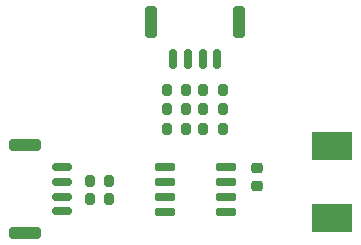
<source format=gbr>
%TF.GenerationSoftware,KiCad,Pcbnew,8.0.6*%
%TF.CreationDate,2024-12-04T23:44:22+08:00*%
%TF.ProjectId,f1oc,66316f63-2e6b-4696-9361-645f70636258,v0.1*%
%TF.SameCoordinates,Original*%
%TF.FileFunction,Paste,Bot*%
%TF.FilePolarity,Positive*%
%FSLAX46Y46*%
G04 Gerber Fmt 4.6, Leading zero omitted, Abs format (unit mm)*
G04 Created by KiCad (PCBNEW 8.0.6) date 2024-12-04 23:44:22*
%MOMM*%
%LPD*%
G01*
G04 APERTURE LIST*
G04 Aperture macros list*
%AMRoundRect*
0 Rectangle with rounded corners*
0 $1 Rounding radius*
0 $2 $3 $4 $5 $6 $7 $8 $9 X,Y pos of 4 corners*
0 Add a 4 corners polygon primitive as box body*
4,1,4,$2,$3,$4,$5,$6,$7,$8,$9,$2,$3,0*
0 Add four circle primitives for the rounded corners*
1,1,$1+$1,$2,$3*
1,1,$1+$1,$4,$5*
1,1,$1+$1,$6,$7*
1,1,$1+$1,$8,$9*
0 Add four rect primitives between the rounded corners*
20,1,$1+$1,$2,$3,$4,$5,0*
20,1,$1+$1,$4,$5,$6,$7,0*
20,1,$1+$1,$6,$7,$8,$9,0*
20,1,$1+$1,$8,$9,$2,$3,0*%
G04 Aperture macros list end*
%ADD10RoundRect,0.200000X-0.200000X-0.275000X0.200000X-0.275000X0.200000X0.275000X-0.200000X0.275000X0*%
%ADD11RoundRect,0.150000X-0.150000X-0.700000X0.150000X-0.700000X0.150000X0.700000X-0.150000X0.700000X0*%
%ADD12RoundRect,0.250000X-0.250000X-1.100000X0.250000X-1.100000X0.250000X1.100000X-0.250000X1.100000X0*%
%ADD13RoundRect,0.225000X-0.250000X0.225000X-0.250000X-0.225000X0.250000X-0.225000X0.250000X0.225000X0*%
%ADD14RoundRect,0.150000X0.700000X-0.150000X0.700000X0.150000X-0.700000X0.150000X-0.700000X-0.150000X0*%
%ADD15RoundRect,0.250000X1.100000X-0.250000X1.100000X0.250000X-1.100000X0.250000X-1.100000X-0.250000X0*%
%ADD16RoundRect,0.150000X0.725000X0.150000X-0.725000X0.150000X-0.725000X-0.150000X0.725000X-0.150000X0*%
%ADD17RoundRect,0.200000X0.200000X0.275000X-0.200000X0.275000X-0.200000X-0.275000X0.200000X-0.275000X0*%
%ADD18R,3.500000X2.350000*%
G04 APERTURE END LIST*
D10*
%TO.C,R15*%
X121686800Y-70862425D03*
X123336800Y-70862425D03*
%TD*%
D11*
%TO.C,J3*%
X119125000Y-65000000D03*
X120375000Y-65000000D03*
X121625000Y-65000000D03*
X122875000Y-65000000D03*
D12*
X117275000Y-61800000D03*
X124725000Y-61800000D03*
%TD*%
D10*
%TO.C,R9*%
X121686800Y-67567200D03*
X123336800Y-67567200D03*
%TD*%
D13*
%TO.C,C7*%
X126250000Y-74200000D03*
X126250000Y-75750000D03*
%TD*%
D10*
%TO.C,R14*%
X118575800Y-69214812D03*
X120225800Y-69214812D03*
%TD*%
%TO.C,R16*%
X118575800Y-70862425D03*
X120225800Y-70862425D03*
%TD*%
D14*
%TO.C,J1*%
X109750000Y-77875000D03*
X109750000Y-76625000D03*
X109750000Y-75375000D03*
X109750000Y-74125000D03*
D15*
X106550000Y-79725000D03*
X106550000Y-72275000D03*
%TD*%
D10*
%TO.C,R13*%
X121686800Y-69214812D03*
X123336800Y-69214812D03*
%TD*%
D16*
%TO.C,U4*%
X123575000Y-74095000D03*
X123575000Y-75365000D03*
X123575000Y-76635000D03*
X123575000Y-77905000D03*
X118425000Y-77905000D03*
X118425000Y-76635000D03*
X118425000Y-75365000D03*
X118425000Y-74095000D03*
%TD*%
D17*
%TO.C,R3*%
X113723400Y-76812800D03*
X112073400Y-76812800D03*
%TD*%
%TO.C,R11*%
X113723400Y-75339600D03*
X112073400Y-75339600D03*
%TD*%
D10*
%TO.C,R12*%
X118575800Y-67567200D03*
X120225800Y-67567200D03*
%TD*%
D18*
%TO.C,L1*%
X132600000Y-72350000D03*
X132600000Y-78400000D03*
%TD*%
M02*

</source>
